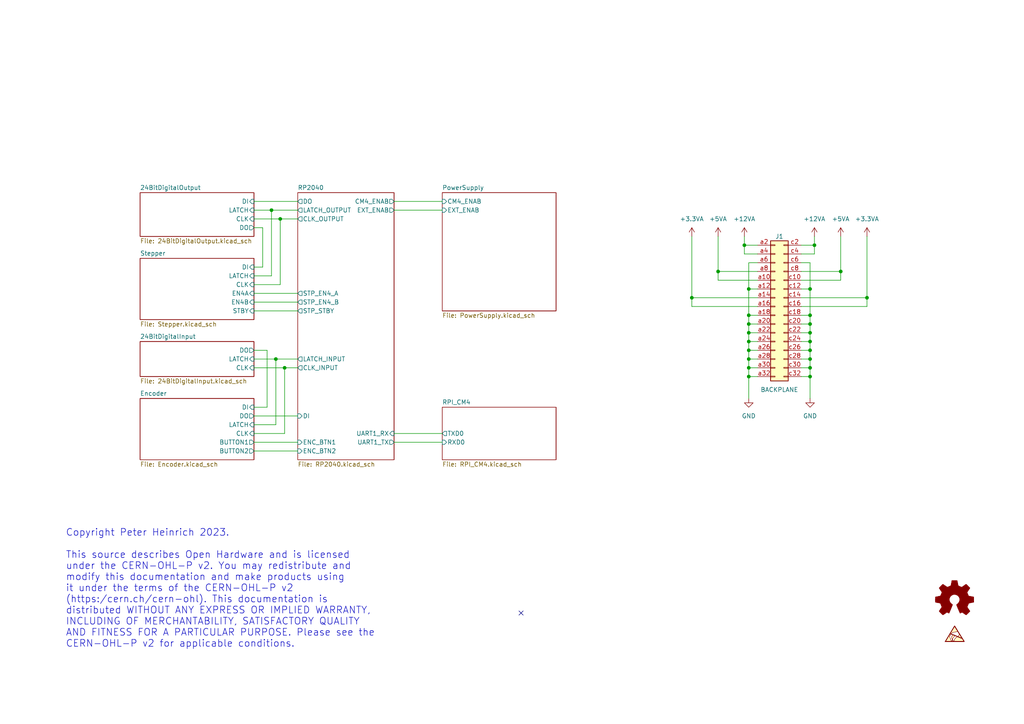
<source format=kicad_sch>
(kicad_sch (version 20211123) (generator eeschema)
  (paper "A4")
  (title_block (title "Cockpit CPU Card") (date "2023-01-21") (rev "A") (company "https://github.com/peterheinrich/DA20-C1-ProcedureTrainer") (comment 1 "Open Hardware") (comment 2 "License: CERN-OHL-P") (comment 3 "© 2023 by Peter Heinrich") (comment 4 "DA20 Hardware Cockpit Simulator Project"))
  (lib_symbols
    (symbol "Connector:DIN41612_02x16_AC_EvenPins" (pin_names (offset 1.016) hide)
      (property "Reference" "J" (at 1.27 20.32 0))
      (property "Value" "DIN41612_02x16_AC_EvenPins" (at 1.27 -22.86 0))
      (symbol "DIN41612_02x16_AC_EvenPins_1_1"
        (rectangle (start -1.27 -20.193) (end 0 -20.447) (stroke (width 0.1524)))
        (rectangle (start -1.27 -17.653) (end 0 -17.907) (stroke (width 0.1524)))
        (rectangle (start -1.27 -15.113) (end 0 -15.367) (stroke (width 0.1524)))
        (rectangle (start -1.27 -12.573) (end 0 -12.827) (stroke (width 0.1524)))
        (rectangle (start -1.27 -10.033) (end 0 -10.287) (stroke (width 0.1524)))
        (rectangle (start -1.27 -7.493) (end 0 -7.747) (stroke (width 0.1524)))
        (rectangle (start -1.27 -4.953) (end 0 -5.207) (stroke (width 0.1524)))
        (rectangle (start -1.27 -2.413) (end 0 -2.667) (stroke (width 0.1524)))
        (rectangle (start -1.27 0.127) (end 0 -0.127) (stroke (width 0.1524)))
        (rectangle (start -1.27 2.667) (end 0 2.413) (stroke (width 0.1524)))
        (rectangle (start -1.27 5.207) (end 0 4.953) (stroke (width 0.1524)))
        (rectangle (start -1.27 7.747) (end 0 7.493) (stroke (width 0.1524)))
        (rectangle (start -1.27 10.287) (end 0 10.033) (stroke (width 0.1524)))
        (rectangle (start -1.27 12.827) (end 0 12.573) (stroke (width 0.1524)))
        (rectangle (start -1.27 15.367) (end 0 15.113) (stroke (width 0.1524)))
        (rectangle (start -1.27 17.907) (end 0 17.653) (stroke (width 0.1524)))
        (rectangle (start -1.27 19.05) (end 3.81 -21.59) (stroke (width 0.254)) (fill (type background)))
        (rectangle (start 3.81 -20.193) (end 2.54 -20.447) (stroke (width 0.1524)))
        (rectangle (start 3.81 -17.653) (end 2.54 -17.907) (stroke (width 0.1524)))
        (rectangle (start 3.81 -15.113) (end 2.54 -15.367) (stroke (width 0.1524)))
        (rectangle (start 3.81 -12.573) (end 2.54 -12.827) (stroke (width 0.1524)))
        (rectangle (start 3.81 -10.033) (end 2.54 -10.287) (stroke (width 0.1524)))
        (rectangle (start 3.81 -7.493) (end 2.54 -7.747) (stroke (width 0.1524)))
        (rectangle (start 3.81 -4.953) (end 2.54 -5.207) (stroke (width 0.1524)))
        (rectangle (start 3.81 -2.413) (end 2.54 -2.667) (stroke (width 0.1524)))
        (rectangle (start 3.81 0.127) (end 2.54 -0.127) (stroke (width 0.1524)))
        (rectangle (start 3.81 2.667) (end 2.54 2.413) (stroke (width 0.1524)))
        (rectangle (start 3.81 5.207) (end 2.54 4.953) (stroke (width 0.1524)))
        (rectangle (start 3.81 7.747) (end 2.54 7.493) (stroke (width 0.1524)))
        (rectangle (start 3.81 10.287) (end 2.54 10.033) (stroke (width 0.1524)))
        (rectangle (start 3.81 12.827) (end 2.54 12.573) (stroke (width 0.1524)))
        (rectangle (start 3.81 15.367) (end 2.54 15.113) (stroke (width 0.1524)))
        (rectangle (start 3.81 17.907) (end 2.54 17.653) (stroke (width 0.1524)))
        (pin passive line (at -5.08 7.62 0) (length 3.81) (name "Pin_a10") (number "a10"))
        (pin passive line (at -5.08 5.08 0) (length 3.81) (name "Pin_a12") (number "a12"))
        (pin passive line (at -5.08 2.54 0) (length 3.81) (name "Pin_a14") (number "a14"))
        (pin passive line (at -5.08 0 0) (length 3.81) (name "Pin_a16") (number "a16"))
        (pin passive line (at -5.08 -2.54 0) (length 3.81) (name "Pin_a18") (number "a18"))
        (pin passive line (at -5.08 17.78 0) (length 3.81) (name "Pin_a2") (number "a2"))
        (pin passive line (at -5.08 -5.08 0) (length 3.81) (name "Pin_a20") (number "a20"))
        (pin passive line (at -5.08 -7.62 0) (length 3.81) (name "Pin_a22") (number "a22"))
        (pin passive line (at -5.08 -10.16 0) (length 3.81) (name "Pin_a24") (number "a24"))
        (pin passive line (at -5.08 -12.7 0) (length 3.81) (name "Pin_a26") (number "a26"))
        (pin passive line (at -5.08 -15.24 0) (length 3.81) (name "Pin_a28") (number "a28"))
        (pin passive line (at -5.08 -17.78 0) (length 3.81) (name "Pin_a30") (number "a30"))
        (pin passive line (at -5.08 -20.32 0) (length 3.81) (name "Pin_a32") (number "a32"))
        (pin passive line (at -5.08 15.24 0) (length 3.81) (name "Pin_a4") (number "a4"))
        (pin passive line (at -5.08 12.7 0) (length 3.81) (name "Pin_a6") (number "a6"))
        (pin passive line (at -5.08 10.16 0) (length 3.81) (name "Pin_a8") (number "a8"))
        (pin passive line (at 7.62 7.62 180) (length 3.81) (name "Pin_c10") (number "c10"))
        (pin passive line (at 7.62 5.08 180) (length 3.81) (name "Pin_c12") (number "c12"))
        (pin passive line (at 7.62 2.54 180) (length 3.81) (name "Pin_c14") (number "c14"))
        (pin passive line (at 7.62 0 180) (length 3.81) (name "Pin_c16") (number "c16"))
        (pin passive line (at 7.62 -2.54 180) (length 3.81) (name "Pin_c18") (number "c18"))
        (pin passive line (at 7.62 17.78 180) (length 3.81) (name "Pin_c2") (number "c2"))
        (pin passive line (at 7.62 -5.08 180) (length 3.81) (name "Pin_c20") (number "c20"))
        (pin passive line (at 7.62 -7.62 180) (length 3.81) (name "Pin_c22") (number "c22"))
        (pin passive line (at 7.62 -10.16 180) (length 3.81) (name "Pin_c24") (number "c24"))
        (pin passive line (at 7.62 -12.7 180) (length 3.81) (name "Pin_c26") (number "c26"))
        (pin passive line (at 7.62 -15.24 180) (length 3.81) (name "Pin_c28") (number "c28"))
        (pin passive line (at 7.62 -17.78 180) (length 3.81) (name "Pin_c30") (number "c30"))
        (pin passive line (at 7.62 -20.32 180) (length 3.81) (name "Pin_c32") (number "c32"))
        (pin passive line (at 7.62 15.24 180) (length 3.81) (name "Pin_c4") (number "c4"))
        (pin passive line (at 7.62 12.7 180) (length 3.81) (name "Pin_c6") (number "c6"))
        (pin passive line (at 7.62 10.16 180) (length 3.81) (name "Pin_c8") (number "c8"))
      )
    )
    (symbol "Graphic:Logo_Open_Hardware_Small" (pin_names (offset 1.016))
      (symbol "Logo_Open_Hardware_Small_0_1"
        (polyline (pts (xy 3.3528 -4.3434) (xy 3.302 -4.318) (xy 3.175 -4.2418) (xy 2.9972 -4.1148) (xy 2.7686 -3.9624) (xy 2.54 -3.81) (xy 2.3622 -3.7084) (xy 2.2352 -3.6068) (xy 2.1844 -3.5814) (xy 2.159 -3.6068) (xy 2.0574 -3.6576) (xy 1.905 -3.7338) (xy 1.8034 -3.7846) (xy 1.6764 -3.8354) (xy 1.6002 -3.8354) (xy 1.6002 -3.8354) (xy 1.5494 -3.7338) (xy 1.4732 -3.5306) (xy 1.3462 -3.302) (xy 1.2446 -3.0226) (xy 1.1176 -2.7178) (xy 0.9652 -2.413) (xy 0.8636 -2.1082) (xy 0.7366 -1.8288) (xy 0.6604 -1.6256) (xy 0.6096 -1.4732) (xy 0.5842 -1.397) (xy 0.5842 -1.397) (xy 0.6604 -1.3208) (xy 0.7874 -1.2446) (xy 1.0414 -1.016) (xy 1.2954 -0.6858) (xy 1.4478 -0.3302) (xy 1.524 0.0762) (xy 1.4732 0.4572) (xy 1.3208 0.8128) (xy 1.0668 1.143) (xy 0.762 1.3716) (xy 0.4064 1.524) (xy 0 1.5748) (xy -0.381 1.5494) (xy -0.7366 1.397) (xy -1.0668 1.143) (xy -1.2192 0.9906) (xy -1.397 0.6604) (xy -1.524 0.3048) (xy -1.524 0.2286) (xy -1.4986 -0.1778) (xy -1.397 -0.5334) (xy -1.1938 -0.8636) (xy -0.9144 -1.143) (xy -0.8636 -1.1684) (xy -0.7366 -1.27) (xy -0.635 -1.3462) (xy -0.5842 -1.397) (xy -1.0668 -2.5908) (xy -1.143 -2.794) (xy -1.2954 -3.1242) (xy -1.397 -3.4036) (xy -1.4986 -3.6322) (xy -1.5748 -3.7846) (xy -1.6002 -3.8354) (xy -1.6002 -3.8354) (xy -1.651 -3.8354) (xy -1.7272 -3.81) (xy -1.905 -3.7338) (xy -2.0066 -3.683) (xy -2.1336 -3.6068) (xy -2.2098 -3.5814) (xy -2.2606 -3.6068) (xy -2.3622 -3.683) (xy -2.54 -3.81) (xy -2.7686 -3.9624) (xy -2.9718 -4.0894) (xy -3.1496 -4.2164) (xy -3.302 -4.318) (xy -3.3528 -4.3434) (xy -3.3782 -4.3434) (xy -3.429 -4.318) (xy -3.5306 -4.2164) (xy -3.7084 -4.064) (xy -3.937 -3.8354) (xy -3.9624 -3.81) (xy -4.1656 -3.6068) (xy -4.318 -3.4544) (xy -4.4196 -3.3274) (xy -4.445 -3.2766) (xy -4.445 -3.2766) (xy -4.4196 -3.2258) (xy -4.318 -3.0734) (xy -4.2164 -2.8956) (xy -4.064 -2.667) (xy -3.6576 -2.0828) (xy -3.8862 -1.5494) (xy -3.937 -1.3716) (xy -4.0386 -1.1684) (xy -4.0894 -1.0414) (xy -4.1148 -0.9652) (xy -4.191 -0.9398) (xy -4.318 -0.9144) (xy -4.5466 -0.8636) (xy -4.8006 -0.8128) (xy -5.0546 -0.7874) (xy -5.2578 -0.7366) (xy -5.4356 -0.7112) (xy -5.5118 -0.6858) (xy -5.5118 -0.6858) (xy -5.5372 -0.635) (xy -5.5372 -0.5588) (xy -5.5372 -0.4318) (xy -5.5626 -0.2286) (xy -5.5626 0.0762) (xy -5.5626 0.127) (xy -5.5372 0.4064) (xy -5.5372 0.635) (xy -5.5372 0.762) (xy -5.5372 0.8382) (xy -5.5372 0.8382) (xy -5.461 0.8382) (xy -5.3086 0.889) (xy -5.08 0.9144) (xy -4.826 0.9652) (xy -4.8006 0.9906) (xy -4.5466 1.0414) (xy -4.318 1.0668) (xy -4.1656 1.1176) (xy -4.0894 1.143) (xy -4.0894 1.143) (xy -4.0386 1.2446) (xy -3.9624 1.4224) (xy -3.8608 1.6256) (xy -3.7846 1.8288) (xy -3.7084 2.0066) (xy -3.6576 2.159) (xy -3.6322 2.2098) (xy -3.6322 2.2098) (xy -3.683 2.286) (xy -3.7592 2.413) (xy -3.8862 2.5908) (xy -4.064 2.8194) (xy -4.064 2.8448) (xy -4.2164 3.0734) (xy -4.3434 3.2512) (xy -4.4196 3.3782) (xy -4.445 3.4544) (xy -4.445 3.4544) (xy -4.3942 3.5052) (xy -4.2926 3.6322) (xy -4.1148 3.81) (xy -3.937 4.0132) (xy -3.8608 4.064) (xy -3.6576 4.2926) (xy -3.5052 4.4196) (xy -3.4036 4.4958) (xy -3.3528 4.5212) (xy -3.3528 4.5212) (xy -3.302 4.4704) (xy -3.1496 4.3688) (xy -2.9718 4.2418) (xy -2.7432 4.0894) (xy -2.7178 4.0894) (xy -2.4892 3.937) (xy -2.3114 3.81) (xy -2.1844 3.7084) (xy -2.1336 3.683) (xy -2.1082 3.683) (xy -2.032 3.7084) (xy -1.8542 3.7592) (xy -1.6764 3.8354) (xy -1.4732 3.937) (xy -1.27 4.0132) (xy -1.143 4.064) (xy -1.0668 4.1148) (xy -1.0668 4.1148) (xy -1.0414 4.191) (xy -1.016 4.3434) (xy -0.9652 4.572) (xy -0.9144 4.8514) (xy -0.889 4.9022) (xy -0.8382 5.1562) (xy -0.8128 5.3848) (xy -0.7874 5.5372) (xy -0.762 5.588) (xy -0.7112 5.6134) (xy -0.5842 5.6134) (xy -0.4064 5.6134) (xy -0.1524 5.6134) (xy 0.0762 5.6134) (xy 0.3302 5.6134) (xy 0.5334 5.6134) (xy 0.6858 5.588) (xy 0.7366 5.588) (xy 0.7366 5.588) (xy 0.762 5.5118) (xy 0.8128 5.334) (xy 0.8382 5.1054) (xy 0.9144 4.826) (xy 0.9144 4.7752) (xy 0.9652 4.5212) (xy 1.016 4.2926) (xy 1.0414 4.1402) (xy 1.0668 4.0894) (xy 1.0668 4.0894) (xy 1.1938 4.0386) (xy 1.3716 3.9624) (xy 1.5748 3.8608) (xy 2.0828 3.6576) (xy 2.7178 4.0894) (xy 2.7686 4.1402) (xy 2.9972 4.2926) (xy 3.175 4.4196) (xy 3.302 4.4958) (xy 3.3782 4.5212) (xy 3.3782 4.5212) (xy 3.429 4.4704) (xy 3.556 4.3434) (xy 3.7338 4.191) (xy 3.9116 3.9878) (xy 4.064 3.8354) (xy 4.2418 3.6576) (xy 4.3434 3.556) (xy 4.4196 3.4798) (xy 4.4196 3.429) (xy 4.4196 3.4036) (xy 4.3942 3.3274) (xy 4.2926 3.2004) (xy 4.1656 2.9972) (xy 4.0132 2.794) (xy 3.8862 2.5908) (xy 3.7592 2.3876) (xy 3.6576 2.2352) (xy 3.6322 2.159) (xy 3.6322 2.1336) (xy 3.683 2.0066) (xy 3.7592 1.8288) (xy 3.8608 1.6002) (xy 4.064 1.1176) (xy 4.3942 1.0414) (xy 4.5974 1.016) (xy 4.8768 0.9652) (xy 5.1308 0.9144) (xy 5.5372 0.8382) (xy 5.5626 -0.6604) (xy 5.4864 -0.6858) (xy 5.4356 -0.6858) (xy 5.2832 -0.7366) (xy 5.0546 -0.762) (xy 4.8006 -0.8128) (xy 4.5974 -0.8636) (xy 4.3688 -0.9144) (xy 4.2164 -0.9398) (xy 4.1402 -0.9398) (xy 4.1148 -0.9652) (xy 4.064 -1.0668) (xy 3.9878 -1.2446) (xy 3.9116 -1.4478) (xy 3.81 -1.651) (xy 3.7338 -1.8542) (xy 3.683 -2.0066) (xy 3.6576 -2.0828) (xy 3.683 -2.1336) (xy 3.7846 -2.2606) (xy 3.8862 -2.4638) (xy 4.0386 -2.667) (xy 4.191 -2.8956) (xy 4.318 -3.0734) (xy 4.3942 -3.2004) (xy 4.445 -3.2766) (xy 4.4196 -3.3274) (xy 4.3434 -3.429) (xy 4.1656 -3.5814) (xy 3.937 -3.8354) (xy 3.8862 -3.8608) (xy 3.683 -4.064) (xy 3.5306 -4.2164) (xy 3.4036 -4.318) (xy 3.3528 -4.3434)) (fill (type outline)))
      )
    )
    (symbol "Graphic:SYM_ESD_Small" (pin_names (offset 1.016))
      (symbol "SYM_ESD_Small_0_0"
        (polyline (pts (xy -1.27 0.381) (xy 2.159 -1.016)) (stroke (width 0.254)))
        (polyline (pts (xy -2.667 -1.905) (xy 2.794 -1.905) (xy 0 2.54) (xy -2.667 -1.905)) (stroke (width 0.254)))
        (polyline (pts (xy 2.7432 -1.905) (xy 2.7178 -1.8796) (xy 2.6162 -1.6764) (xy 2.5654 -1.6002) (xy 2.4892 -1.4986) (xy 2.4384 -1.3716) (xy 1.7526 -0.2286) (xy 1.7018 -0.127) (xy 1.6256 -0.0508) (xy 1.6002 0.0508) (xy 1.5494 0.1016) (xy 1.4986 0.2032) (xy 1.4732 0.2286) (xy 1.4732 0.2032) (xy 1.4478 0.2032) (xy 1.3208 0.0762) (xy 1.2954 0.0254) (xy 1.2954 -0.0254) (xy 1.27 -0.0762) (xy 1.2446 -0.1524) (xy 1.143 -0.254) (xy 1.0922 -0.3302) (xy 1.0414 -0.3556) (xy 0.9144 -0.4826) (xy 0.762 -0.5842) (xy 0.6604 -0.6604) (xy 0.508 -0.762) (xy 0.4572 -0.8128) (xy 0.3556 -0.8636) (xy 0.3048 -0.9144) (xy 0.2286 -0.9652) (xy 0.0762 -1.1938) (xy 0.0254 -1.2954) (xy -0.0254 -1.4224) (xy -0.0508 -1.4986) (xy -0.1016 -1.5748) (xy -0.127 -1.651) (xy -0.1778 -1.6764) (xy -0.2032 -1.7272) (xy -0.254 -1.7526) (xy -0.4064 -1.7526) (xy -0.4064 -1.7272) (xy -0.4572 -1.7018) (xy -0.4826 -1.6256) (xy -0.508 -1.524) (xy -0.508 -1.0922) (xy -0.4572 -0.889) (xy -0.4064 -0.8128) (xy -0.254 -0.6604) (xy -0.2032 -0.5842) (xy -0.127 -0.5334) (xy -0.1016 -0.4826) (xy -0.0762 -0.4064) (xy -0.0508 -0.3556) (xy -0.0254 -0.3302) (xy -0.0254 -0.2794) (xy 0 -0.2286) (xy -0.0762 -0.1524) (xy -0.127 -0.127) (xy -0.1524 -0.0762) (xy -0.2032 -0.0508) (xy -0.2286 -0.0254) (xy -0.254 -0.0254) (xy -0.3048 -0.0762) (xy -0.3556 -0.1016) (xy -0.4318 -0.127) (xy -0.4826 -0.1524) (xy -0.5588 -0.2286) (xy -0.6096 -0.254) (xy -0.8382 -0.4826) (xy -0.8128 -0.5588) (xy -0.7874 -0.5842) (xy -0.7874 -0.8636) (xy -0.8128 -0.889) (xy -0.8128 -0.9652) (xy -0.762 -1.016) (xy -0.762 -1.0414) (xy -0.6604 -1.2954) (xy -0.6604 -1.5748) (xy -0.6858 -1.6002) (xy -0.6858 -1.6256) (xy -0.7366 -1.7018) (xy -0.8382 -1.7526) (xy -0.9144 -1.7526) (xy -0.9398 -1.7272) (xy -0.9652 -1.6764) (xy -1.016 -1.6002) (xy -1.0414 -1.524) (xy -1.143 -1.27) (xy -1.2192 -1.0414) (xy -1.27 -0.9652) (xy -1.2954 -0.889) (xy -1.3208 -0.8382) (xy -1.3208 -0.8128) (xy -1.3716 -0.7112) (xy -1.397 -0.5842) (xy -1.397 -0.4826) (xy -1.3716 -0.381) (xy -1.3208 -0.254) (xy -1.2954 -0.2032) (xy -1.1938 -0.0508) (xy -1.0414 0.1524) (xy -0.9906 0.2032) (xy -0.9652 0.254) (xy -0.9144 0.3302) (xy -0.889 0.381) (xy -0.8636 0.381) (xy -0.8128 0.508) (xy -0.6096 0.7112) (xy -0.5334 0.7366) (xy -0.508 0.762) (xy -0.4318 0.762) (xy -0.3556 0.7874) (xy -0.2286 0.8128) (xy -0.1016 0.8128) (xy 0.0508 0.8382) (xy 0.2032 0.8382) (xy 0.3048 0.8636) (xy 0.4826 0.8636) (xy 0.5334 0.889) (xy 0.5842 0.889) (xy 0.6858 0.9398) (xy 0.7112 0.9652) (xy 0.762 0.9906) (xy 0.8128 1.0414) (xy 0.8636 1.0668) (xy 0.889 1.1176) (xy 0.9144 1.143) (xy 0.9144 1.1938) (xy 0.889 1.2192) (xy 0.8636 1.27) (xy 0.8128 1.3462) (xy 0.7112 1.5494) (xy 0.635 1.651) (xy 0.5842 1.7526) (xy 0.508 1.8796) (xy 0.4572 1.9558) (xy 0.381 2.0828) (xy 0.3048 2.1844) (xy 0.254 2.286) (xy 0.2032 2.3622) (xy 0.1778 2.4384) (xy 0.1016 2.5146) (xy 0.1016 2.54) (xy 0.0762 2.5654) (xy 0.0762 2.5908) (xy 0.0254 2.5908) (xy 0.0254 2.5654) (xy -0.0254 2.5146) (xy -0.1016 2.3622) (xy -0.254 2.1336) (xy -0.3048 2.032) (xy -0.4572 1.778) (xy -0.5588 1.6256) (xy -0.762 1.27) (xy -0.889 1.0668) (xy -1.016 0.8382) (xy -1.1684 0.6096) (xy -1.3208 0.3302) (xy -1.397 0.2032) (xy -1.524 -0.0254) (xy -1.778 -0.4318) (xy -1.8796 -0.635) (xy -2.0066 -0.8128) (xy -2.1082 -0.9906) (xy -2.2098 -1.143) (xy -2.286 -1.2954) (xy -2.4384 -1.5494) (xy -2.4892 -1.651) (xy -2.5654 -1.7526) (xy -2.5908 -1.8288) (xy -2.6162 -1.8796) (xy -2.6416 -1.905) (xy -2.6416 -1.9304) (xy 2.7432 -1.9304) (xy 2.7432 -1.905)) (stroke (width 0.127)) (fill (type background)))
      )
    )
    (symbol "power:+12VA" (power) (pin_names (offset 0))
      (property "Value" "+12VA" (at 0 3.556 0))
      (symbol "+12VA_0_1"
        (polyline (pts (xy -0.762 1.27) (xy 0 2.54)))
        (polyline (pts (xy 0 0) (xy 0 2.54)))
        (polyline (pts (xy 0 2.54) (xy 0.762 1.27)))
      )
      (symbol "+12VA_1_1"
        (pin power_in line (at 0 0 90) (length 0) hide (name "+12VA") (number "1"))
      )
    )
    (symbol "power:+3.3VA" (power) (pin_names (offset 0))
      (property "Value" "+3.3VA" (at 0 3.556 0))
      (symbol "+3.3VA_0_1"
        (polyline (pts (xy -0.762 1.27) (xy 0 2.54)))
        (polyline (pts (xy 0 0) (xy 0 2.54)))
        (polyline (pts (xy 0 2.54) (xy 0.762 1.27)))
      )
      (symbol "+3.3VA_1_1"
        (pin power_in line (at 0 0 90) (length 0) hide (name "+3.3VA") (number "1"))
      )
    )
    (symbol "power:+5VA" (power) (pin_names (offset 0))
      (property "Value" "+5VA" (at 0 3.556 0))
      (symbol "+5VA_0_1"
        (polyline (pts (xy -0.762 1.27) (xy 0 2.54)))
        (polyline (pts (xy 0 0) (xy 0 2.54)))
        (polyline (pts (xy 0 2.54) (xy 0.762 1.27)))
      )
      (symbol "+5VA_1_1"
        (pin power_in line (at 0 0 90) (length 0) hide (name "+5VA") (number "1"))
      )
    )
    (symbol "power:GND" (power) (pin_names (offset 0))
      (property "Value" "GND" (at 0 -3.81 0))
      (symbol "GND_0_1"
        (polyline (pts (xy 0 0) (xy 0 -1.27) (xy 1.27 -1.27) (xy 0 -2.54) (xy -1.27 -1.27) (xy 0 -1.27)))
      )
      (symbol "GND_1_1"
        (pin power_in line (at 0 0 270) (length 0) hide (name "GND") (number "1"))
      )
    )
  )
  (junction (at 217.17 104.14))
  (junction (at 217.17 96.52))
  (junction (at 200.66 86.36))
  (junction (at 234.95 106.68))
  (junction (at 234.95 83.82))
  (junction (at 217.17 109.22))
  (junction (at 234.95 101.6))
  (junction (at 80.01 104.14))
  (junction (at 81.28 63.5))
  (junction (at 208.28 78.74))
  (junction (at 234.95 91.44))
  (junction (at 217.17 106.68))
  (junction (at 251.46 86.36))
  (junction (at 217.17 91.44))
  (junction (at 217.17 83.82))
  (junction (at 215.9 71.12))
  (junction (at 82.55 106.68))
  (junction (at 217.17 99.06))
  (junction (at 234.95 99.06))
  (junction (at 234.95 96.52))
  (junction (at 236.22 71.12))
  (junction (at 78.74 60.96))
  (junction (at 217.17 93.98))
  (junction (at 217.17 101.6))
  (junction (at 234.95 109.22))
  (junction (at 234.95 104.14))
  (junction (at 234.95 93.98))
  (junction (at 243.84 78.74))
  (no_connect (at 151.13 177.8))
  (wire (pts (xy 82.55 125.73) (xy 82.55 106.68)))
  (wire (pts (xy 217.17 93.98) (xy 217.17 91.44)))
  (wire (pts (xy 73.66 120.65) (xy 86.36 120.65)))
  (wire (pts (xy 234.95 109.22) (xy 234.95 115.57)))
  (wire (pts (xy 200.66 68.58) (xy 200.66 86.36)))
  (wire (pts (xy 236.22 71.12) (xy 232.41 71.12)))
  (wire (pts (xy 217.17 106.68) (xy 217.17 104.14)))
  (wire (pts (xy 73.66 101.6) (xy 77.47 101.6)))
  (wire (pts (xy 217.17 109.22) (xy 217.17 106.68)))
  (wire (pts (xy 234.95 99.06) (xy 234.95 101.6)))
  (wire (pts (xy 232.41 76.2) (xy 234.95 76.2)))
  (wire (pts (xy 243.84 68.58) (xy 243.84 78.74)))
  (wire (pts (xy 215.9 73.66) (xy 219.71 73.66)))
  (wire (pts (xy 217.17 106.68) (xy 219.71 106.68)))
  (wire (pts (xy 200.66 88.9) (xy 219.71 88.9)))
  (wire (pts (xy 217.17 96.52) (xy 219.71 96.52)))
  (wire (pts (xy 217.17 93.98) (xy 219.71 93.98)))
  (wire (pts (xy 114.3 60.96) (xy 128.27 60.96)))
  (wire (pts (xy 217.17 96.52) (xy 217.17 93.98)))
  (wire (pts (xy 243.84 78.74) (xy 232.41 78.74)))
  (wire (pts (xy 232.41 101.6) (xy 234.95 101.6)))
  (wire (pts (xy 76.2 66.04) (xy 76.2 77.47)))
  (wire (pts (xy 81.28 63.5) (xy 86.36 63.5)))
  (wire (pts (xy 234.95 104.14) (xy 234.95 106.68)))
  (wire (pts (xy 73.66 106.68) (xy 82.55 106.68)))
  (wire (pts (xy 78.74 80.01) (xy 78.74 60.96)))
  (wire (pts (xy 217.17 76.2) (xy 219.71 76.2)))
  (wire (pts (xy 251.46 88.9) (xy 232.41 88.9)))
  (wire (pts (xy 251.46 86.36) (xy 251.46 88.9)))
  (wire (pts (xy 232.41 93.98) (xy 234.95 93.98)))
  (wire (pts (xy 234.95 91.44) (xy 234.95 93.98)))
  (wire (pts (xy 217.17 99.06) (xy 217.17 96.52)))
  (wire (pts (xy 73.66 80.01) (xy 78.74 80.01)))
  (wire (pts (xy 208.28 68.58) (xy 208.28 78.74)))
  (wire (pts (xy 73.66 130.81) (xy 86.36 130.81)))
  (wire (pts (xy 76.2 77.47) (xy 73.66 77.47)))
  (wire (pts (xy 73.66 128.27) (xy 86.36 128.27)))
  (wire (pts (xy 232.41 109.22) (xy 234.95 109.22)))
  (wire (pts (xy 232.41 104.14) (xy 234.95 104.14)))
  (wire (pts (xy 234.95 93.98) (xy 234.95 96.52)))
  (wire (pts (xy 217.17 99.06) (xy 219.71 99.06)))
  (wire (pts (xy 73.66 125.73) (xy 82.55 125.73)))
  (wire (pts (xy 236.22 71.12) (xy 236.22 73.66)))
  (wire (pts (xy 200.66 86.36) (xy 200.66 88.9)))
  (wire (pts (xy 208.28 78.74) (xy 219.71 78.74)))
  (wire (pts (xy 208.28 81.28) (xy 219.71 81.28)))
  (wire (pts (xy 81.28 82.55) (xy 81.28 63.5)))
  (wire (pts (xy 73.66 118.11) (xy 77.47 118.11)))
  (wire (pts (xy 73.66 104.14) (xy 80.01 104.14)))
  (wire (pts (xy 236.22 73.66) (xy 232.41 73.66)))
  (wire (pts (xy 73.66 66.04) (xy 76.2 66.04)))
  (wire (pts (xy 215.9 71.12) (xy 219.71 71.12)))
  (wire (pts (xy 73.66 60.96) (xy 78.74 60.96)))
  (wire (pts (xy 82.55 106.68) (xy 86.36 106.68)))
  (wire (pts (xy 73.66 123.19) (xy 80.01 123.19)))
  (wire (pts (xy 234.95 83.82) (xy 234.95 91.44)))
  (wire (pts (xy 78.74 60.96) (xy 86.36 60.96)))
  (wire (pts (xy 232.41 96.52) (xy 234.95 96.52)))
  (wire (pts (xy 73.66 63.5) (xy 81.28 63.5)))
  (wire (pts (xy 243.84 78.74) (xy 243.84 81.28)))
  (wire (pts (xy 234.95 96.52) (xy 234.95 99.06)))
  (wire (pts (xy 251.46 86.36) (xy 232.41 86.36)))
  (wire (pts (xy 114.3 58.42) (xy 128.27 58.42)))
  (wire (pts (xy 215.9 71.12) (xy 215.9 73.66)))
  (wire (pts (xy 80.01 123.19) (xy 80.01 104.14)))
  (wire (pts (xy 232.41 106.68) (xy 234.95 106.68)))
  (wire (pts (xy 77.47 101.6) (xy 77.47 118.11)))
  (wire (pts (xy 200.66 86.36) (xy 219.71 86.36)))
  (wire (pts (xy 234.95 106.68) (xy 234.95 109.22)))
  (wire (pts (xy 217.17 104.14) (xy 217.17 101.6)))
  (wire (pts (xy 73.66 90.17) (xy 86.36 90.17)))
  (wire (pts (xy 232.41 99.06) (xy 234.95 99.06)))
  (wire (pts (xy 80.01 104.14) (xy 86.36 104.14)))
  (wire (pts (xy 232.41 83.82) (xy 234.95 83.82)))
  (wire (pts (xy 73.66 85.09) (xy 86.36 85.09)))
  (wire (pts (xy 217.17 115.57) (xy 217.17 109.22)))
  (wire (pts (xy 73.66 58.42) (xy 86.36 58.42)))
  (wire (pts (xy 217.17 91.44) (xy 219.71 91.44)))
  (wire (pts (xy 208.28 78.74) (xy 208.28 81.28)))
  (wire (pts (xy 217.17 101.6) (xy 217.17 99.06)))
  (wire (pts (xy 215.9 68.58) (xy 215.9 71.12)))
  (wire (pts (xy 217.17 83.82) (xy 219.71 83.82)))
  (wire (pts (xy 236.22 68.58) (xy 236.22 71.12)))
  (wire (pts (xy 217.17 109.22) (xy 219.71 109.22)))
  (wire (pts (xy 234.95 101.6) (xy 234.95 104.14)))
  (wire (pts (xy 251.46 68.58) (xy 251.46 86.36)))
  (wire (pts (xy 217.17 104.14) (xy 219.71 104.14)))
  (wire (pts (xy 243.84 81.28) (xy 232.41 81.28)))
  (wire (pts (xy 217.17 91.44) (xy 217.17 83.82)))
  (wire (pts (xy 217.17 101.6) (xy 219.71 101.6)))
  (wire (pts (xy 217.17 83.82) (xy 217.17 76.2)))
  (wire (pts (xy 73.66 87.63) (xy 86.36 87.63)))
  (wire (pts (xy 114.3 125.73) (xy 128.27 125.73)))
  (wire (pts (xy 114.3 128.27) (xy 128.27 128.27)))
  (wire (pts (xy 234.95 76.2) (xy 234.95 83.82)))
  (wire (pts (xy 73.66 82.55) (xy 81.28 82.55)))
  (wire (pts (xy 232.41 91.44) (xy 234.95 91.44)))
  (text "Copyright Peter Heinrich 2023.\n\nThis source describes Open Hardware and is licensed \nunder the CERN-OHL-P v2. You may redistribute and \nmodify this documentation and make products using \nit under the terms of the CERN-OHL-P v2 \n(https:/cern.ch/cern-ohl). This documentation is \ndistributed WITHOUT ANY EXPRESS OR IMPLIED WARRANTY,\nINCLUDING OF MERCHANTABILITY, SATISFACTORY QUALITY\nAND FITNESS FOR A PARTICULAR PURPOSE. Please see the \nCERN-OHL-P v2 for applicable conditions." (at 19.05 187.96 0) (effects (font (size 2 2)) (justify left bottom)))
  (symbol (lib_id "power:+5VA") (at 208.28 68.58 0) (unit 1)
    (property "Reference" "#PWR02" (effects hide))
    (property "Value" "+5VA" (at 208.28 63.5 0))
  )
  (symbol (lib_id "power:+12VA") (at 215.9 68.58 0) (unit 1)
    (property "Reference" "#PWR03" (effects hide))
    (property "Value" "+12VA" (at 215.9 63.5 0))
  )
  (symbol (lib_id "power:+5VA") (at 243.84 68.58 0) (mirror y) (unit 1)
    (property "Reference" "#PWR05" (effects hide))
    (property "Value" "+5VA" (at 243.84 63.5 0))
  )
  (symbol (lib_id "power:GND") (at 217.17 115.57 0) (unit 1)
    (property "Reference" "#PWR07" (effects hide))
    (property "Value" "GND" (at 217.17 120.65 0))
  )
  (symbol (lib_id "Graphic:SYM_ESD_Small") (at 276.86 184.15 0) (unit 1) (in_bom no)
    (property "Reference" "SYM1" (effects hide))
    (property "Value" "SYM_ESD_Small" (effects hide))
    (property "Footprint" "Symbol:KiCad-Logo2_8mm_SilkScreen" (effects hide))
  )
  (symbol (lib_id "power:+3.3VA") (at 251.46 68.58 0) (mirror y) (unit 1)
    (property "Reference" "#PWR06" (effects hide))
    (property "Value" "+3.3VA" (at 251.46 63.5 0))
  )
  (symbol (lib_id "power:+12VA") (at 236.22 68.58 0) (mirror y) (unit 1)
    (property "Reference" "#PWR04" (effects hide))
    (property "Value" "+12VA" (at 236.22 63.5 0))
  )
  (symbol (lib_id "Graphic:Logo_Open_Hardware_Small") (at 276.86 173.99 0) (unit 1) (in_bom no)
    (property "Reference" "LOGO1" (effects hide))
    (property "Value" "Logo_Open_Hardware_Small" (effects hide))
    (property "Footprint" "Symbol:OSHW-Logo2_9.8x8mm_SilkScreen" (effects hide))
  )
  (symbol (lib_id "Connector:DIN41612_02x16_AC_EvenPins") (at 224.79 88.9 0) (unit 1)
    (property "Reference" "J1" (at 226.06 68.58 0))
    (property "Value" "BACKPLANE" (at 226.06 113.03 0))
    (property "Footprint" "00_LocalLib:EUROCARD_100_x160_DIN41612_C_2x16" (effects hide))
    (property "MPN" "09 04 132 6921" (effects hide))
    (property "ON_FARNELL" "1096917" (effects hide))
  )
  (symbol (lib_id "power:+3.3VA") (at 200.66 68.58 0) (unit 1)
    (property "Reference" "#PWR01" (effects hide))
    (property "Value" "+3.3VA" (at 200.66 63.5 0))
  )
  (symbol (lib_id "power:GND") (at 234.95 115.57 0) (unit 1)
    (property "Reference" "#PWR08" (effects hide))
    (property "Value" "GND" (at 234.95 120.65 0))
  )
  (sheet (at 40.64 99.06) (size 33.02 10.16) (stroke (width 0.1524))
    (property "Sheet name" "24BitDigitalInput" (at 40.64 98.3484 0) (effects (justify left bottom)))
    (property "Sheet file" "24BitDigitalInput.kicad_sch" (at 40.64 109.8046 0) (effects (justify left top)))
    (pin "LATCH" input (at 73.66 104.14 0))
    (pin "CLK" input (at 73.66 106.68 0))
    (pin "DO" output (at 73.66 101.6 0))
  )
  (sheet (at 86.36 55.88) (size 27.94 77.47) (stroke (width 0.1524))
    (property "Sheet name" "RP2040" (at 86.36 55.1684 0) (effects (justify left bottom)))
    (property "Sheet file" "RP2040.kicad_sch" (at 86.36 133.9346 0) (effects (justify left top)))
    (pin "STP_STBY" output (at 86.36 90.17 180))
    (pin "STP_EN4_B" output (at 86.36 87.63 180))
    (pin "UART1_TX" output (at 114.3 128.27 0))
    (pin "UART1_RX" input (at 114.3 125.73 0))
    (pin "CLK_OUTPUT" output (at 86.36 63.5 180))
    (pin "LATCH_OUTPUT" output (at 86.36 60.96 180))
    (pin "STP_EN4_A" output (at 86.36 85.09 180))
    (pin "DO" output (at 86.36 58.42 180))
    (pin "CLK_INPUT" output (at 86.36 106.68 180))
    (pin "DI" input (at 86.36 120.65 180))
    (pin "ENC_BTN1" input (at 86.36 128.27 180))
    (pin "LATCH_INPUT" output (at 86.36 104.14 180))
    (pin "ENC_BTN2" input (at 86.36 130.81 180))
    (pin "CM4_ENAB" output (at 114.3 58.42 0))
    (pin "EXT_ENAB" output (at 114.3 60.96 0))
  )
  (sheet (at 40.64 55.88) (size 33.02 12.7) (stroke (width 0.1524))
    (property "Sheet name" "24BitDigitalOutput" (at 40.64 55.1684 0) (effects (justify left bottom)))
    (property "Sheet file" "24BitDigitalOutput.kicad_sch" (at 40.64 69.1646 0) (effects (justify left top)))
    (pin "DI" input (at 73.66 58.42 0))
    (pin "LATCH" input (at 73.66 60.96 0))
    (pin "CLK" input (at 73.66 63.5 0))
    (pin "DO" output (at 73.66 66.04 0))
  )
  (sheet (at 128.27 118.11) (size 33.02 15.24) (stroke (width 0.1524))
    (property "Sheet name" "RPI_CM4" (at 128.27 117.3984 0) (effects (justify left bottom)))
    (property "Sheet file" "RPI_CM4.kicad_sch" (at 128.27 133.9346 0) (effects (justify left top)))
    (pin "TXD0" output (at 128.27 125.73 180))
    (pin "RXD0" input (at 128.27 128.27 180))
  )
  (sheet (at 40.64 74.93) (size 33.02 17.78) (stroke (width 0.1524))
    (property "Sheet name" "Stepper" (at 40.64 74.2184 0) (effects (justify left bottom)))
    (property "Sheet file" "Stepper.kicad_sch" (at 40.64 93.2946 0) (effects (justify left top)))
    (pin "STBY" input (at 73.66 90.17 0))
    (pin "EN4B" input (at 73.66 87.63 0))
    (pin "EN4A" input (at 73.66 85.09 0))
    (pin "LATCH" input (at 73.66 80.01 0))
    (pin "DI" input (at 73.66 77.47 0))
    (pin "CLK" input (at 73.66 82.55 0))
  )
  (sheet (at 40.64 115.57) (size 33.02 17.78) (stroke (width 0.1524))
    (property "Sheet name" "Encoder" (at 40.64 114.8584 0) (effects (justify left bottom)))
    (property "Sheet file" "Encoder.kicad_sch" (at 40.64 133.9346 0) (effects (justify left top)))
    (pin "BUTTON2" output (at 73.66 130.81 0))
    (pin "BUTTON1" output (at 73.66 128.27 0))
    (pin "LATCH" input (at 73.66 123.19 0))
    (pin "CLK" input (at 73.66 125.73 0))
    (pin "DO" output (at 73.66 120.65 0))
    (pin "DI" input (at 73.66 118.11 0))
  )
  (sheet (at 128.27 55.88) (size 33.02 34.29) (stroke (width 0.1524))
    (property "Sheet name" "PowerSupply" (at 128.27 55.1684 0) (effects (justify left bottom)))
    (property "Sheet file" "PowerSupply.kicad_sch" (at 128.27 90.7546 0) (effects (justify left top)))
    (pin "CM4_ENAB" input (at 128.27 58.42 180))
    (pin "EXT_ENAB" input (at 128.27 60.96 180))
  )
)
</source>
